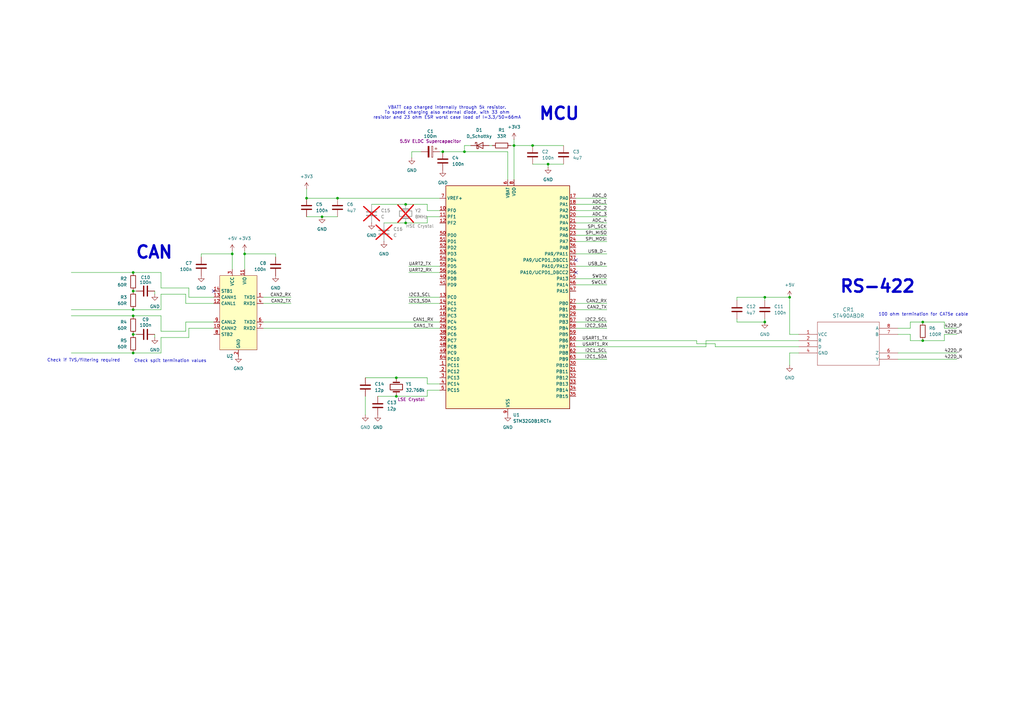
<source format=kicad_sch>
(kicad_sch (version 20250114) (generator "eeschema") (generator_version "9.0")
  (paper "A3")
  (title_block (title "Central ECU Board") (date "2025-03-21") (rev "A") (company "Hybrid Test Stand 2025") (comment 1 "Drawn: Brad Redpath") (comment 2 "Checked: "))
  (lib_symbols
    (symbol "Device:C" (pin_numbers (hide yes)) (pin_names (offset 0.254))
      (property "Reference" "C" (at 0.635 2.54 0))
      (property "Value" "C" (at 0.635 -2.54 0))
      (symbol "C_0_1"
        (polyline (pts (xy -2.032 0.762) (xy 2.032 0.762)) (stroke (width 0.508)))
        (polyline (pts (xy -2.032 -0.762) (xy 2.032 -0.762)) (stroke (width 0.508)))
      )
      (symbol "C_1_1"
        (pin passive line (at 0 3.81 270) (length 2.794) (name "~") (number "1"))
        (pin passive line (at 0 -3.81 90) (length 2.794) (name "~") (number "2"))
      )
    )
    (symbol "Device:C_Polarized" (pin_numbers (hide yes)) (pin_names (offset 0.254))
      (property "Reference" "C" (at 0.635 2.54 0))
      (property "Value" "C_Polarized" (at 0.635 -2.54 0))
      (symbol "C_Polarized_0_1"
        (rectangle (start -2.286 0.508) (end 2.286 1.016))
        (polyline (pts (xy -1.778 2.286) (xy -0.762 2.286)))
        (polyline (pts (xy -1.27 2.794) (xy -1.27 1.778)))
        (rectangle (start 2.286 -0.508) (end -2.286 -1.016) (fill (type outline)))
      )
      (symbol "C_Polarized_1_1"
        (pin passive line (at 0 3.81 270) (length 2.794) (name "~") (number "1"))
        (pin passive line (at 0 -3.81 90) (length 2.794) (name "~") (number "2"))
      )
    )
    (symbol "Device:Crystal" (pin_numbers (hide yes)) (pin_names (offset 1.016) (hide yes))
      (property "Reference" "Y" (at 0 3.81 0))
      (property "Value" "Crystal" (at 0 -3.81 0))
      (symbol "Crystal_0_1"
        (polyline (pts (xy -2.54 0) (xy -1.905 0)))
        (polyline (pts (xy -1.905 -1.27) (xy -1.905 1.27)) (stroke (width 0.508)))
        (rectangle (start -1.143 2.54) (end 1.143 -2.54) (stroke (width 0.3048)))
        (polyline (pts (xy 1.905 -1.27) (xy 1.905 1.27)) (stroke (width 0.508)))
        (polyline (pts (xy 2.54 0) (xy 1.905 0)))
      )
      (symbol "Crystal_1_1"
        (pin passive line (at -3.81 0 0) (length 1.27) (name "1") (number "1"))
        (pin passive line (at 3.81 0 180) (length 1.27) (name "2") (number "2"))
      )
    )
    (symbol "Device:D_Schottky" (pin_numbers (hide yes)) (pin_names (offset 1.016) (hide yes))
      (property "Reference" "D" (at 0 2.54 0))
      (property "Value" "D_Schottky" (at 0 -2.54 0))
      (symbol "D_Schottky_0_1"
        (polyline (pts (xy -1.905 0.635) (xy -1.905 1.27) (xy -1.27 1.27) (xy -1.27 -1.27) (xy -0.635 -1.27) (xy -0.635 -0.635)) (stroke (width 0.254)))
        (polyline (pts (xy 1.27 1.27) (xy 1.27 -1.27) (xy -1.27 0) (xy 1.27 1.27)) (stroke (width 0.254)))
        (polyline (pts (xy 1.27 0) (xy -1.27 0)))
      )
      (symbol "D_Schottky_1_1"
        (pin passive line (at -3.81 0 0) (length 2.54) (name "K") (number "1"))
        (pin passive line (at 3.81 0 180) (length 2.54) (name "A") (number "2"))
      )
    )
    (symbol "Device:R" (pin_numbers (hide yes)) (pin_names (offset 0))
      (property "Reference" "R" (at 2.032 0 90))
      (property "Value" "R" (at 0 0 90))
      (symbol "R_0_1"
        (rectangle (start -1.016 -2.54) (end 1.016 2.54) (stroke (width 0.254)))
      )
      (symbol "R_1_1"
        (pin passive line (at 0 3.81 270) (length 1.27) (name "~") (number "1"))
        (pin passive line (at 0 -3.81 90) (length 1.27) (name "~") (number "2"))
      )
    )
    (symbol "Interface_CAN_LIN:TCAN1046AV-Q1"
      (property "Reference" "U" (at 4.318 -16.51 0))
      (symbol "TCAN1046AV-Q1_1_1"
        (rectangle (start -7.62 15.24) (end 7.62 -15.24) (fill (type background)))
        (pin output line (at -10.16 6.35 0) (length 2.54) (name "TXD1") (number "1"))
        (pin input line (at -10.16 3.81 0) (length 2.54) (name "RXD1") (number "4"))
        (pin output line (at -10.16 -3.81 0) (length 2.54) (name "TXD2") (number "6"))
        (pin input line (at -10.16 -6.35 0) (length 2.54) (name "RXD2") (number "7"))
        (pin power_in line (at -2.54 17.78 270) (length 2.54) (name "VIO") (number "11"))
        (pin power_in line (at 0 -17.78 90) (length 2.54) (name "GND") (number "2"))
        (pin power_in line (at 0 -17.78 90) (length 2.54) (hide yes) (name "GND") (number "5"))
        (pin power_in line (at 2.54 17.78 270) (length 2.54) (name "VCC") (number "3"))
        (pin output line (at 10.16 8.89 180) (length 2.54) (name "STB1") (number "14"))
        (pin bidirectional line (at 10.16 6.35 180) (length 2.54) (name "CANH1") (number "13"))
        (pin bidirectional line (at 10.16 3.81 180) (length 2.54) (name "CANL1") (number "12"))
        (pin bidirectional line (at 10.16 -3.81 180) (length 2.54) (name "CANL2") (number "9"))
        (pin bidirectional line (at 10.16 -6.35 180) (length 2.54) (name "CANH2") (number "10"))
        (pin bidirectional line (at 10.16 -8.89 180) (length 2.54) (name "STB2") (number "8"))
      )
    )
    (symbol "MCU_ST_STM32G0:STM32G0B1RCTx"
      (property "Reference" "U" (at -25.4 46.99 0))
      (property "Value" "STM32G0B1RCTx" (at 5.08 46.99 0))
      (symbol "STM32G0B1RCTx_0_1"
        (rectangle (start -25.4 -45.72) (end 25.4 45.72) (stroke (width 0.254)) (fill (type background)))
      )
      (symbol "STM32G0B1RCTx_1_1"
        (pin input line (at -27.94 40.64 0) (length 2.54) (name "VREF+") (number "7"))
        (pin bidirectional line (at -27.94 35.56 0) (length 2.54) (name "PF0") (number "10"))
        (pin bidirectional line (at -27.94 33.02 0) (length 2.54) (name "PF1") (number "11"))
        (pin bidirectional line (at -27.94 30.48 0) (length 2.54) (name "PF2") (number "12"))
        (pin bidirectional line (at -27.94 25.4 0) (length 2.54) (name "PD0") (number "50"))
        (pin bidirectional line (at -27.94 22.86 0) (length 2.54) (name "PD1") (number "51"))
        (pin bidirectional line (at -27.94 20.32 0) (length 2.54) (name "PD2") (number "52"))
        (pin bidirectional line (at -27.94 17.78 0) (length 2.54) (name "PD3") (number "53"))
        (pin bidirectional line (at -27.94 15.24 0) (length 2.54) (name "PD4") (number "54"))
        (pin bidirectional line (at -27.94 12.7 0) (length 2.54) (name "PD5") (number "55"))
        (pin bidirectional line (at -27.94 10.16 0) (length 2.54) (name "PD6") (number "56"))
        (pin bidirectional line (at -27.94 7.62 0) (length 2.54) (name "PD8") (number "40"))
        (pin bidirectional line (at -27.94 5.08 0) (length 2.54) (name "PD9") (number "41"))
        (pin bidirectional line (at -27.94 0 0) (length 2.54) (name "PC0") (number "13"))
        (pin bidirectional line (at -27.94 -2.54 0) (length 2.54) (name "PC1") (number "14"))
        (pin bidirectional line (at -27.94 -5.08 0) (length 2.54) (name "PC2") (number "15"))
        (pin bidirectional line (at -27.94 -7.62 0) (length 2.54) (name "PC3") (number "16"))
        (pin bidirectional line (at -27.94 -10.16 0) (length 2.54) (name "PC4") (number "25"))
        (pin bidirectional line (at -27.94 -12.7 0) (length 2.54) (name "PC5") (number "26"))
        (pin bidirectional line (at -27.94 -15.24 0) (length 2.54) (name "PC6") (number "38"))
        (pin bidirectional line (at -27.94 -17.78 0) (length 2.54) (name "PC7") (number "39"))
        (pin bidirectional line (at -27.94 -20.32 0) (length 2.54) (name "PC8") (number "48"))
        (pin bidirectional line (at -27.94 -22.86 0) (length 2.54) (name "PC9") (number "49"))
        (pin bidirectional line (at -27.94 -25.4 0) (length 2.54) (name "PC10") (number "64"))
        (pin bidirectional line (at -27.94 -27.94 0) (length 2.54) (name "PC11") (number "1"))
        (pin bidirectional line (at -27.94 -30.48 0) (length 2.54) (name "PC12") (number "2"))
        (pin bidirectional line (at -27.94 -33.02 0) (length 2.54) (name "PC13") (number "3"))
        (pin bidirectional line (at -27.94 -35.56 0) (length 2.54) (name "PC14") (number "4"))
        (pin bidirectional line (at -27.94 -38.1 0) (length 2.54) (name "PC15") (number "5"))
        (pin power_in line (at 0 48.26 270) (length 2.54) (name "VBAT") (number "6"))
        (pin power_in line (at 0 -48.26 90) (length 2.54) (name "VSS") (number "9"))
        (pin power_in line (at 2.54 48.26 270) (length 2.54) (name "VDD") (number "8"))
        (pin bidirectional line (at 27.94 40.64 180) (length 2.54) (name "PA0") (number "17"))
        (pin bidirectional line (at 27.94 38.1 180) (length 2.54) (name "PA1") (number "18"))
        (pin bidirectional line (at 27.94 35.56 180) (length 2.54) (name "PA2") (number "19"))
        (pin bidirectional line (at 27.94 33.02 180) (length 2.54) (name "PA3") (number "20"))
        (pin bidirectional line (at 27.94 30.48 180) (length 2.54) (name "PA4") (number "21"))
        (pin bidirectional line (at 27.94 27.94 180) (length 2.54) (name "PA5") (number "22"))
        (pin bidirectional line (at 27.94 25.4 180) (length 2.54) (name "PA6") (number "23"))
        (pin bidirectional line (at 27.94 22.86 180) (length 2.54) (name "PA7") (number "24"))
        (pin bidirectional line (at 27.94 20.32 180) (length 2.54) (name "PA8") (number "36"))
        (pin bidirectional line (at 27.94 17.78 180) (length 2.54) (name "PA9/PA11") (number "43"))
        (pin bidirectional line (at 27.94 15.24 180) (length 2.54) (name "PA9/UCPD1_DBCC1") (number "37"))
        (pin bidirectional line (at 27.94 12.7 180) (length 2.54) (name "PA10/PA12") (number "44"))
        (pin bidirectional line (at 27.94 10.16 180) (length 2.54) (name "PA10/UCPD1_DBCC2") (number "42"))
        (pin bidirectional line (at 27.94 7.62 180) (length 2.54) (name "PA13") (number "45"))
        (pin bidirectional line (at 27.94 5.08 180) (length 2.54) (name "PA14") (number "46"))
        (pin bidirectional line (at 27.94 2.54 180) (length 2.54) (name "PA15") (number "47"))
        (pin bidirectional line (at 27.94 -2.54 180) (length 2.54) (name "PB0") (number "27"))
        (pin bidirectional line (at 27.94 -5.08 180) (length 2.54) (name "PB1") (number "28"))
        (pin bidirectional line (at 27.94 -7.62 180) (length 2.54) (name "PB2") (number "29"))
        (pin bidirectional line (at 27.94 -10.16 180) (length 2.54) (name "PB3") (number "57"))
        (pin bidirectional line (at 27.94 -12.7 180) (length 2.54) (name "PB4") (number "58"))
        (pin bidirectional line (at 27.94 -15.24 180) (length 2.54) (name "PB5") (number "59"))
        (pin bidirectional line (at 27.94 -17.78 180) (length 2.54) (name "PB6") (number "60"))
        (pin bidirectional line (at 27.94 -20.32 180) (length 2.54) (name "PB7") (number "61"))
        (pin bidirectional line (at 27.94 -22.86 180) (length 2.54) (name "PB8") (number "62"))
        (pin bidirectional line (at 27.94 -25.4 180) (length 2.54) (name "PB9") (number "63"))
        (pin bidirectional line (at 27.94 -27.94 180) (length 2.54) (name "PB10") (number "30"))
        (pin bidirectional line (at 27.94 -30.48 180) (length 2.54) (name "PB11") (number "31"))
        (pin bidirectional line (at 27.94 -33.02 180) (length 2.54) (name "PB12") (number "32"))
        (pin bidirectional line (at 27.94 -35.56 180) (length 2.54) (name "PB13") (number "33"))
        (pin bidirectional line (at 27.94 -38.1 180) (length 2.54) (name "PB14") (number "34"))
        (pin bidirectional line (at 27.94 -40.64 180) (length 2.54) (name "PB15") (number "35"))
      )
    )
    (symbol "TS_Symbols:ST490ABDR" (pin_names (offset 0.254))
      (property "Reference" "CR1" (at 20.32 10.16 0))
      (property "Value" "ST490ABDR" (at 20.32 7.62 0))
      (symbol "ST490ABDR_0_1"
        (polyline (pts (xy 7.62 5.08) (xy 7.62 -12.7)) (stroke (width 0.127)))
        (polyline (pts (xy 7.62 -12.7) (xy 33.02 -12.7)) (stroke (width 0.127)))
        (polyline (pts (xy 33.02 5.08) (xy 7.62 5.08)) (stroke (width 0.127)))
        (polyline (pts (xy 33.02 -12.7) (xy 33.02 5.08)) (stroke (width 0.127)))
        (pin power_in line (at 0 0 0) (length 7.62) (name "VCC") (number "1"))
        (pin output line (at 0 -2.54 0) (length 7.62) (name "R") (number "2"))
        (pin input line (at 0 -5.08 0) (length 7.62) (name "D") (number "3"))
        (pin power_in line (at 0 -7.62 0) (length 7.62) (name "GND") (number "4"))
        (pin input line (at 40.64 2.54 180) (length 7.62) (name "A") (number "8"))
        (pin input line (at 40.64 0 180) (length 7.62) (name "B") (number "7"))
        (pin output line (at 40.64 -7.62 180) (length 7.62) (name "Z") (number "6"))
        (pin output line (at 40.64 -10.16 180) (length 7.62) (name "Y") (number "5"))
      )
    )
    (symbol "power:+3V3" (power) (pin_numbers (hide yes)) (pin_names (offset 0) (hide yes))
      (property "Value" "+3V3" (at 0 3.556 0))
      (symbol "+3V3_0_1"
        (polyline (pts (xy -0.762 1.27) (xy 0 2.54)))
        (polyline (pts (xy 0 2.54) (xy 0.762 1.27)))
        (polyline (pts (xy 0 0) (xy 0 2.54)))
      )
      (symbol "+3V3_1_1"
        (pin power_in line (at 0 0 90) (length 0) (name "~") (number "1"))
      )
    )
    (symbol "power:+5V" (power) (pin_numbers (hide yes)) (pin_names (offset 0) (hide yes))
      (property "Value" "+5V" (at 0 3.556 0))
      (symbol "+5V_0_1"
        (polyline (pts (xy -0.762 1.27) (xy 0 2.54)))
        (polyline (pts (xy 0 2.54) (xy 0.762 1.27)))
        (polyline (pts (xy 0 0) (xy 0 2.54)))
      )
      (symbol "+5V_1_1"
        (pin power_in line (at 0 0 90) (length 0) (name "~") (number "1"))
      )
    )
    (symbol "power:GND" (power) (pin_numbers (hide yes)) (pin_names (offset 0) (hide yes))
      (property "Value" "GND" (at 0 -3.81 0))
      (symbol "GND_0_1"
        (polyline (pts (xy 0 0) (xy 0 -1.27) (xy 1.27 -1.27) (xy 0 -2.54) (xy -1.27 -1.27) (xy 0 -1.27)))
      )
      (symbol "GND_1_1"
        (pin power_in line (at 0 0 270) (length 0) (name "~") (number "1"))
      )
    )
  )
  (text "VBATT cap charged internally through 5k resistor.\nTo speed charging also external diode, with 33 ohm\nresistor and 23 ohm ESR worst case load of I=3.3/50=66mA" (at 183.388 46.228 0) (effects (font (size 1.27 1.27))))
  (text "RS-422" (at 359.918 117.602 0) (effects (font (size 5 5) (thickness 1) (bold yes))))
  (text "100 ohm termination for CAT5e cable" (at 378.714 129.032 0) (effects (font (size 1.27 1.27))))
  (text "CAN" (at 63.246 103.632 0) (effects (font (size 5 5) (thickness 1) (bold yes))))
  (text "Check if TVS/filtering required" (at 34.29 147.828 0) (effects (font (size 1.27 1.27))))
  (text "Check split termination values" (at 69.85 148.082 0) (effects (font (size 1.27 1.27))))
  (text "MCU" (at 229.362 46.736 0) (effects (font (size 5 5) (thickness 1) (bold yes))))
  (junction (at 313.69 132.08))
  (junction (at 54.61 127))
  (junction (at 218.44 59.69))
  (junction (at 54.61 137.16))
  (junction (at 54.61 119.38))
  (junction (at 138.43 81.28))
  (junction (at 181.61 62.23))
  (junction (at 313.69 121.92))
  (junction (at 166.37 91.44))
  (junction (at 100.33 104.14))
  (junction (at 54.61 129.54))
  (junction (at 95.25 104.14))
  (junction (at 224.79 67.31))
  (junction (at 378.46 139.7))
  (junction (at 162.56 162.56))
  (junction (at 125.73 81.28))
  (junction (at 54.61 144.78))
  (junction (at 162.56 154.94))
  (junction (at 54.61 111.76))
  (junction (at 190.5 62.23))
  (junction (at 323.85 121.92))
  (junction (at 378.46 132.08))
  (junction (at 132.08 88.9))
  (junction (at 166.37 83.82))
  (junction (at 210.82 59.69))
  (no_connect (at 87.63 119.38))
  (no_connect (at 236.22 111.76))
  (no_connect (at 236.22 106.68))
  (wire (pts (xy 107.95 124.46) (xy 119.38 124.46)))
  (wire (pts (xy 77.47 121.92) (xy 87.63 121.92)))
  (wire (pts (xy 167.64 109.22) (xy 180.34 109.22)))
  (wire (pts (xy 190.5 59.69) (xy 190.5 62.23)))
  (wire (pts (xy 368.3 137.16) (xy 373.38 137.16)))
  (wire (pts (xy 236.22 116.84) (xy 248.92 116.84)))
  (wire (pts (xy 77.47 118.11) (xy 66.04 118.11)))
  (wire (pts (xy 224.79 67.31) (xy 231.14 67.31)))
  (wire (pts (xy 125.73 88.9) (xy 132.08 88.9)))
  (wire (pts (xy 236.22 124.46) (xy 248.92 124.46)))
  (wire (pts (xy 302.26 132.08) (xy 302.26 130.81)))
  (wire (pts (xy 181.61 62.23) (xy 180.34 62.23)))
  (wire (pts (xy 77.47 118.11) (xy 77.47 121.92)))
  (wire (pts (xy 95.25 104.14) (xy 95.25 110.49)))
  (wire (pts (xy 162.56 162.56) (xy 175.26 162.56)))
  (wire (pts (xy 76.2 120.65) (xy 66.04 120.65)))
  (wire (pts (xy 200.66 59.69) (xy 201.93 59.69)))
  (wire (pts (xy 236.22 96.52) (xy 248.92 96.52)))
  (wire (pts (xy 210.82 59.69) (xy 210.82 73.66)))
  (wire (pts (xy 373.38 139.7) (xy 378.46 139.7)))
  (wire (pts (xy 66.04 129.54) (xy 54.61 129.54)))
  (wire (pts (xy 54.61 127) (xy 29.21 127)))
  (wire (pts (xy 302.26 123.19) (xy 302.26 121.92)))
  (wire (pts (xy 293.37 140.97) (xy 285.75 140.97)))
  (wire (pts (xy 167.64 121.92) (xy 180.34 121.92)))
  (wire (pts (xy 100.33 102.87) (xy 100.33 104.14)))
  (wire (pts (xy 125.73 77.47) (xy 125.73 81.28)))
  (wire (pts (xy 236.22 114.3) (xy 248.92 114.3)))
  (wire (pts (xy 236.22 86.36) (xy 248.92 86.36)))
  (wire (pts (xy 387.35 139.7) (xy 387.35 137.16)))
  (wire (pts (xy 236.22 142.24) (xy 289.56 142.24)))
  (wire (pts (xy 66.04 118.11) (xy 66.04 111.76)))
  (wire (pts (xy 167.64 111.76) (xy 180.34 111.76)))
  (wire (pts (xy 172.72 62.23) (xy 168.91 62.23)))
  (wire (pts (xy 82.55 104.14) (xy 82.55 105.41)))
  (wire (pts (xy 107.95 121.92) (xy 119.38 121.92)))
  (wire (pts (xy 293.37 142.24) (xy 293.37 140.97)))
  (wire (pts (xy 63.5 137.16) (xy 63.5 138.43)))
  (wire (pts (xy 373.38 134.62) (xy 373.38 132.08)))
  (wire (pts (xy 55.88 119.38) (xy 54.61 119.38)))
  (wire (pts (xy 157.48 91.44) (xy 166.37 91.44)))
  (wire (pts (xy 313.69 132.08) (xy 313.69 130.81)))
  (wire (pts (xy 313.69 123.19) (xy 313.69 121.92)))
  (wire (pts (xy 167.64 124.46) (xy 180.34 124.46)))
  (wire (pts (xy 218.44 67.31) (xy 224.79 67.31)))
  (wire (pts (xy 66.04 138.43) (xy 66.04 144.78)))
  (wire (pts (xy 208.28 62.23) (xy 190.5 62.23)))
  (wire (pts (xy 66.04 144.78) (xy 54.61 144.78)))
  (wire (pts (xy 180.34 157.48) (xy 175.26 157.48)))
  (wire (pts (xy 54.61 144.78) (xy 29.21 144.78)))
  (wire (pts (xy 236.22 88.9) (xy 248.92 88.9)))
  (wire (pts (xy 236.22 127) (xy 248.92 127)))
  (wire (pts (xy 224.79 67.31) (xy 224.79 68.58)))
  (wire (pts (xy 236.22 91.44) (xy 248.92 91.44)))
  (wire (pts (xy 378.46 139.7) (xy 387.35 139.7)))
  (wire (pts (xy 285.75 140.97) (xy 285.75 139.7)))
  (wire (pts (xy 113.03 104.14) (xy 100.33 104.14)))
  (wire (pts (xy 95.25 102.87) (xy 95.25 104.14)))
  (wire (pts (xy 368.3 144.78) (xy 392.43 144.78)))
  (wire (pts (xy 236.22 83.82) (xy 248.92 83.82)))
  (wire (pts (xy 387.35 137.16) (xy 392.43 137.16)))
  (wire (pts (xy 208.28 62.23) (xy 208.28 73.66)))
  (wire (pts (xy 323.85 121.92) (xy 323.85 137.16)))
  (wire (pts (xy 373.38 139.7) (xy 373.38 137.16)))
  (wire (pts (xy 236.22 144.78) (xy 248.92 144.78)))
  (wire (pts (xy 87.63 132.08) (xy 76.2 132.08)))
  (wire (pts (xy 175.26 162.56) (xy 175.26 160.02)))
  (wire (pts (xy 236.22 99.06) (xy 248.92 99.06)))
  (wire (pts (xy 289.56 142.24) (xy 289.56 139.7)))
  (wire (pts (xy 77.47 134.62) (xy 77.47 138.43)))
  (wire (pts (xy 180.34 86.36) (xy 175.26 86.36)))
  (wire (pts (xy 209.55 59.69) (xy 210.82 59.69)))
  (wire (pts (xy 107.95 134.62) (xy 180.34 134.62)))
  (wire (pts (xy 66.04 135.89) (xy 66.04 129.54)))
  (wire (pts (xy 76.2 124.46) (xy 87.63 124.46)))
  (wire (pts (xy 236.22 134.62) (xy 248.92 134.62)))
  (wire (pts (xy 218.44 59.69) (xy 231.14 59.69)))
  (wire (pts (xy 236.22 104.14) (xy 248.92 104.14)))
  (wire (pts (xy 236.22 93.98) (xy 248.92 93.98)))
  (wire (pts (xy 327.66 142.24) (xy 293.37 142.24)))
  (wire (pts (xy 323.85 144.78) (xy 323.85 149.86)))
  (wire (pts (xy 323.85 137.16) (xy 327.66 137.16)))
  (wire (pts (xy 302.26 121.92) (xy 313.69 121.92)))
  (wire (pts (xy 66.04 111.76) (xy 54.61 111.76)))
  (wire (pts (xy 175.26 83.82) (xy 166.37 83.82)))
  (wire (pts (xy 289.56 139.7) (xy 327.66 139.7)))
  (wire (pts (xy 152.4 83.82) (xy 166.37 83.82)))
  (wire (pts (xy 154.94 162.56) (xy 162.56 162.56)))
  (wire (pts (xy 387.35 134.62) (xy 392.43 134.62)))
  (wire (pts (xy 66.04 120.65) (xy 66.04 127)))
  (wire (pts (xy 54.61 111.76) (xy 29.21 111.76)))
  (wire (pts (xy 107.95 132.08) (xy 180.34 132.08)))
  (wire (pts (xy 168.91 62.23) (xy 168.91 64.77)))
  (wire (pts (xy 87.63 134.62) (xy 77.47 134.62)))
  (wire (pts (xy 236.22 109.22) (xy 248.92 109.22)))
  (wire (pts (xy 66.04 127) (xy 54.61 127)))
  (wire (pts (xy 210.82 57.15) (xy 210.82 59.69)))
  (wire (pts (xy 54.61 129.54) (xy 29.21 129.54)))
  (wire (pts (xy 132.08 88.9) (xy 138.43 88.9)))
  (wire (pts (xy 149.86 154.94) (xy 162.56 154.94)))
  (wire (pts (xy 190.5 59.69) (xy 193.04 59.69)))
  (wire (pts (xy 210.82 59.69) (xy 218.44 59.69)))
  (wire (pts (xy 100.33 104.14) (xy 100.33 110.49)))
  (wire (pts (xy 236.22 81.28) (xy 248.92 81.28)))
  (wire (pts (xy 76.2 135.89) (xy 66.04 135.89)))
  (wire (pts (xy 138.43 81.28) (xy 180.34 81.28)))
  (wire (pts (xy 95.25 104.14) (xy 82.55 104.14)))
  (wire (pts (xy 125.73 81.28) (xy 138.43 81.28)))
  (wire (pts (xy 236.22 132.08) (xy 248.92 132.08)))
  (wire (pts (xy 368.3 147.32) (xy 392.43 147.32)))
  (wire (pts (xy 63.5 120.65) (xy 63.5 119.38)))
  (wire (pts (xy 162.56 154.94) (xy 175.26 154.94)))
  (wire (pts (xy 378.46 132.08) (xy 387.35 132.08)))
  (wire (pts (xy 373.38 132.08) (xy 378.46 132.08)))
  (wire (pts (xy 175.26 160.02) (xy 180.34 160.02)))
  (wire (pts (xy 166.37 91.44) (xy 175.26 91.44)))
  (wire (pts (xy 327.66 144.78) (xy 323.85 144.78)))
  (wire (pts (xy 175.26 91.44) (xy 175.26 88.9)))
  (wire (pts (xy 181.61 62.23) (xy 190.5 62.23)))
  (wire (pts (xy 175.26 86.36) (xy 175.26 83.82)))
  (wire (pts (xy 175.26 157.48) (xy 175.26 154.94)))
  (wire (pts (xy 55.88 137.16) (xy 54.61 137.16)))
  (wire (pts (xy 313.69 121.92) (xy 323.85 121.92)))
  (wire (pts (xy 302.26 132.08) (xy 313.69 132.08)))
  (wire (pts (xy 76.2 120.65) (xy 76.2 124.46)))
  (wire (pts (xy 285.75 139.7) (xy 236.22 139.7)))
  (wire (pts (xy 236.22 147.32) (xy 248.92 147.32)))
  (wire (pts (xy 149.86 162.56) (xy 149.86 170.18)))
  (wire (pts (xy 175.26 88.9) (xy 180.34 88.9)))
  (wire (pts (xy 387.35 132.08) (xy 387.35 134.62)))
  (wire (pts (xy 113.03 105.41) (xy 113.03 104.14)))
  (wire (pts (xy 76.2 132.08) (xy 76.2 135.89)))
  (wire (pts (xy 77.47 138.43) (xy 66.04 138.43)))
  (wire (pts (xy 368.3 134.62) (xy 373.38 134.62)))
  (label "SPI_MOSI" (at 248.92 99.06 180))
  (label "CAN2_TX" (at 119.38 124.46 180))
  (label "UART2_RX" (at 167.64 111.76 0))
  (label "422R_N" (at 387.35 137.16 0))
  (label "CAN2_RX" (at 119.38 121.92 180))
  (label "422R_P" (at 387.35 134.62 0))
  (label "422D_N" (at 387.35 147.32 0))
  (label "CAN1_TX" (at 177.8 134.62 180))
  (label "SPI_SCK" (at 248.92 93.98 180))
  (label "USB_D+" (at 248.92 109.22 180))
  (label "I2C2_SDA" (at 248.92 134.62 180))
  (label "ADC_0" (at 248.92 81.28 180))
  (label "I2C3_SCL" (at 167.64 121.92 0))
  (label "UART2_TX" (at 167.64 109.22 0))
  (label "CAN1_RX" (at 177.8 132.08 180))
  (label "CAN2_TX" (at 248.92 127 180))
  (label "SWDIO" (at 248.92 114.3 180))
  (label "ADC_4" (at 248.92 91.44 180))
  (label "I2C1_SCL" (at 248.92 144.78 180))
  (label "SPI_MISO" (at 248.92 96.52 180))
  (label "ADC_2" (at 248.92 86.36 180))
  (label "CAN2_RX" (at 248.92 124.46 180))
  (label "ADC_3" (at 248.92 88.9 180))
  (label "SWCLK" (at 248.92 116.84 180))
  (label "422D_P" (at 387.35 144.78 0))
  (label "I2C1_SDA" (at 248.92 147.32 180))
  (label "USART1_TX" (at 238.76 139.7 0))
  (label "ADC_1" (at 248.92 83.82 180))
  (label "USART1_RX" (at 238.76 142.24 0))
  (label "I2C3_SDA" (at 167.64 124.46 0))
  (label "I2C2_SCL" (at 248.92 132.08 180))
  (label "USB_D-" (at 248.92 104.14 180))
  (symbol (lib_id "Device:Crystal") (at 166.37 87.63 270) (unit 1) (in_bom no) (dnp yes)
    (property "Reference" "Y2" (at 170.18 86.3599 90) (effects (justify left)))
    (property "Value" "8MHz" (at 170.18 88.8999 90) (effects (justify left)))
    (property "Description" "HSE Crystal" (at 172.212 92.71 90))
  )
  (symbol (lib_id "power:+5V") (at 323.85 121.92 0) (unit 1)
    (property "Reference" "#PWR015" (effects (hide yes)))
    (property "Value" "+5V" (at 323.85 116.84 0))
    (property "Description" "Power symbol creates a global label with name \"+5V\"" (effects (hide yes)))
  )
  (symbol (lib_id "Device:R") (at 54.61 140.97 0) (mirror y) (unit 1)
    (property "Reference" "R5" (at 52.07 139.6999 0) (effects (justify left)))
    (property "Value" "60R" (at 52.07 142.2399 0) (effects (justify left)))
    (property "Description" "Resistor" (effects (hide yes)))
  )
  (symbol (lib_id "Device:C") (at 138.43 85.09 0) (unit 1)
    (property "Reference" "C6" (at 142.24 83.8199 0) (effects (justify left)))
    (property "Value" "4u7" (at 142.24 86.3599 0) (effects (justify left)))
    (property "Description" "Unpolarized capacitor" (effects (hide yes)))
  )
  (symbol (lib_id "power:+3V3") (at 210.82 57.15 0) (unit 1)
    (property "Reference" "#PWR02" (effects (hide yes)))
    (property "Value" "+3V3" (at 210.82 52.07 0))
    (property "Description" "Power symbol creates a global label with name \"+3V3\"" (effects (hide yes)))
  )
  (symbol (lib_id "power:GND") (at 63.5 120.65 0) (mirror y) (unit 1)
    (property "Reference" "#PWR013" (effects (hide yes)))
    (property "Value" "GND" (at 63.5 125.73 0))
    (property "Description" "Power symbol creates a global label with name \"GND\" , ground" (effects (hide yes)))
  )
  (symbol (lib_id "power:GND") (at 97.79 146.05 0) (mirror y) (unit 1)
    (property "Reference" "#PWR012" (effects (hide yes)))
    (property "Value" "GND" (at 97.79 151.13 0))
    (property "Description" "Power symbol creates a global label with name \"GND\" , ground" (effects (hide yes)))
  )
  (symbol (lib_id "Device:C_Polarized") (at 176.53 62.23 270) (unit 1)
    (property "Reference" "C1" (at 176.53 53.848 90))
    (property "Value" "100m" (at 176.53 55.88 90))
    (property "Datasheet" "https://mm.digikey.com/Volume0/opasdata/d220001/medias/docus/6448/DB%2C%20DBN%20Series.pdf" (effects (hide yes)))
    (property "Description" "5.5V ELDC Supercapacitor" (at 176.53 57.912 90))
  )
  (symbol (lib_id "Device:C") (at 313.69 127 0) (unit 1)
    (property "Reference" "C11" (at 317.5 125.7299 0) (effects (justify left)))
    (property "Value" "100n" (at 317.5 128.2699 0) (effects (justify left)))
    (property "Description" "Unpolarized capacitor" (effects (hide yes)))
  )
  (symbol (lib_id "power:+5V") (at 95.25 102.87 0) (mirror y) (unit 1)
    (property "Reference" "#PWR08" (effects (hide yes)))
    (property "Value" "+5V" (at 95.25 97.79 0))
    (property "Description" "Power symbol creates a global label with name \"+5V\"" (effects (hide yes)))
  )
  (symbol (lib_id "TS_Symbols:ST490ABDR") (at 327.66 137.16 0) (unit 1)
    (property "Reference" "CR1" (at 347.98 127 0) (effects (font (size 1.524 1.524))))
    (property "Value" "ST490ABDR" (at 347.98 129.54 0) (effects (font (size 1.524 1.524))))
    (property "Footprint" "Package_SO:SO-8_3.9x4.9mm_P1.27mm" (effects (hide yes)))
    (property "Datasheet" "ST490ABDR" (effects (hide yes)))
  )
  (symbol (lib_id "Device:C") (at 113.03 109.22 0) (mirror y) (unit 1)
    (property "Reference" "C8" (at 109.22 107.9499 0) (effects (justify left)))
    (property "Value" "100n" (at 109.22 110.4899 0) (effects (justify left)))
    (property "Description" "Unpolarized capacitor" (effects (hide yes)))
  )
  (symbol (lib_id "Interface_CAN_LIN:TCAN1046AV-Q1") (at 97.79 128.27 0) (mirror y) (unit 1)
    (property "Reference" "U2" (at 95.6467 146.05 0) (effects (justify left)))
    (property "Value" "~" (at 95.6467 147.32 0) (effects (justify left)))
    (property "Footprint" "Custom:SOT23_DYY_TEX" (effects (hide yes)))
    (property "Datasheet" "https://www.ti.com/lit/ds/symlink/tcan1046av-q1.pdf" (effects (hide yes)))
    (property "Description" "2 channel CAN" (effects (hide yes)))
  )
  (symbol (lib_id "Device:R") (at 205.74 59.69 90) (unit 1)
    (property "Reference" "R1" (at 205.74 53.34 90))
    (property "Value" "33R" (at 205.74 55.88 90))
    (property "Description" "Resistor" (effects (hide yes)))
  )
  (symbol (lib_id "Device:C") (at 149.86 158.75 0) (unit 1)
    (property "Reference" "C14" (at 153.67 157.4799 0) (effects (justify left)))
    (property "Value" "12p" (at 153.67 160.0199 0) (effects (justify left)))
    (property "Description" "NP0" (effects (hide yes)))
  )
  (symbol (lib_id "Device:R") (at 54.61 133.35 0) (mirror y) (unit 1)
    (property "Reference" "R4" (at 52.07 132.0799 0) (effects (justify left)))
    (property "Value" "60R" (at 52.07 134.6199 0) (effects (justify left)))
    (property "Description" "Resistor" (effects (hide yes)))
  )
  (symbol (lib_id "Device:D_Schottky") (at 196.85 59.69 0) (unit 1)
    (property "Reference" "D1" (at 196.5325 53.34 0))
    (property "Value" "D_Schottky" (at 196.5325 55.88 0))
    (property "Description" "Schottky diode" (effects (hide yes)))
  )
  (symbol (lib_id "power:GND") (at 181.61 69.85 0) (unit 1)
    (property "Reference" "#PWR04" (effects (hide yes)))
    (property "Value" "GND" (at 181.61 74.93 0))
    (property "Description" "Power symbol creates a global label with name \"GND\" , ground" (effects (hide yes)))
  )
  (symbol (lib_id "Device:C") (at 157.48 95.25 0) (unit 1) (in_bom no) (dnp yes)
    (property "Reference" "C16" (at 161.29 93.9799 0) (effects (justify left)))
    (property "Value" "C" (at 161.29 96.5199 0) (effects (justify left)))
    (property "Description" "Unpolarized capacitor" (effects (hide yes)))
  )
  (symbol (lib_id "MCU_ST_STM32G0:STM32G0B1RCTx") (at 208.28 121.92 0) (unit 1)
    (property "Reference" "U1" (at 210.4233 170.18 0) (effects (justify left)))
    (property "Value" "STM32G0B1RCTx" (at 210.4233 172.72 0) (effects (justify left)))
    (property "Footprint" "Package_QFP:LQFP-64_10x10mm_P0.5mm" (effects (hide yes)))
    (property "Datasheet" "https://www.st.com/resource/en/datasheet/stm32g0b1rc.pdf" (effects (hide yes)))
    (property "Description" "STMicroelectronics Arm Cortex-M0+ MCU, 256KB flash, 144KB RAM, 64 MHz, 1.7-3.6V, 60 GPIO, LQFP64" (effects (hide yes)))
    (property "MPN" "STM32G0B1RCT6" (effects (hide yes)))
  )
  (symbol (lib_id "power:GND") (at 323.85 149.86 0) (unit 1)
    (property "Reference" "#PWR016" (effects (hide yes)))
    (property "Value" "GND" (at 323.85 154.94 0))
    (property "Description" "Power symbol creates a global label with name \"GND\" , ground" (effects (hide yes)))
  )
  (symbol (lib_id "power:GND") (at 82.55 113.03 0) (mirror y) (unit 1)
    (property "Reference" "#PWR010" (effects (hide yes)))
    (property "Value" "GND" (at 82.55 118.11 0))
    (property "Description" "Power symbol creates a global label with name \"GND\" , ground" (effects (hide yes)))
  )
  (symbol (lib_id "Device:C") (at 82.55 109.22 0) (mirror y) (unit 1)
    (property "Reference" "C7" (at 78.74 107.9499 0) (effects (justify left)))
    (property "Value" "100n" (at 78.74 110.4899 0) (effects (justify left)))
    (property "Description" "Unpolarized capacitor" (effects (hide yes)))
  )
  (symbol (lib_id "Device:Crystal") (at 162.56 158.75 90) (unit 1)
    (property "Reference" "Y1" (at 166.37 157.4799 90) (effects (justify right)))
    (property "Value" "32.768k" (at 166.37 160.0199 90) (effects (justify right)))
    (property "Footprint" "Crystal:Crystal_SMD_2012-2Pin_2.0x1.2mm" (effects (hide yes)))
    (property "Datasheet" "https://abracon.com/Resonators/ABS06.pdf" (effects (hide yes)))
    (property "Description" "LSE Crystal" (at 168.656 163.83 90))
    (property "MPN" "ABS06-32.768KHZ-1-T" (effects (hide yes)))
  )
  (symbol (lib_id "power:GND") (at 132.08 88.9 0) (unit 1)
    (property "Reference" "#PWR06" (effects (hide yes)))
    (property "Value" "GND" (at 132.08 93.98 0))
    (property "Description" "Power symbol creates a global label with name \"GND\" , ground" (effects (hide yes)))
  )
  (symbol (lib_id "power:GND") (at 154.94 170.18 0) (unit 1)
    (property "Reference" "#PWR018" (effects (hide yes)))
    (property "Value" "GND" (at 154.94 175.26 0))
    (property "Description" "Power symbol creates a global label with name \"GND\" , ground" (effects (hide yes)))
  )
  (symbol (lib_id "power:GND") (at 224.79 68.58 0) (unit 1)
    (property "Reference" "#PWR03" (effects (hide yes)))
    (property "Value" "GND" (at 224.79 73.66 0))
    (property "Description" "Power symbol creates a global label with name \"GND\" , ground" (effects (hide yes)))
  )
  (symbol (lib_id "Device:R") (at 54.61 115.57 0) (mirror y) (unit 1)
    (property "Reference" "R2" (at 52.07 114.2999 0) (effects (justify left)))
    (property "Value" "60R" (at 52.07 116.8399 0) (effects (justify left)))
    (property "Description" "Resistor" (effects (hide yes)))
  )
  (symbol (lib_id "power:GND") (at 149.86 170.18 0) (unit 1)
    (property "Reference" "#PWR019" (effects (hide yes)))
    (property "Value" "GND" (at 149.86 175.26 0))
    (property "Description" "Power symbol creates a global label with name \"GND\" , ground" (effects (hide yes)))
  )
  (symbol (lib_id "Device:C") (at 59.69 137.16 270) (mirror x) (unit 1)
    (property "Reference" "C9" (at 59.69 131.064 90))
    (property "Value" "100n" (at 59.69 133.35 90))
    (property "Description" "Unpolarized capacitor" (effects (hide yes)))
  )
  (symbol (lib_id "Device:R") (at 54.61 123.19 0) (mirror y) (unit 1)
    (property "Reference" "R3" (at 52.07 121.9199 0) (effects (justify left)))
    (property "Value" "60R" (at 52.07 124.4599 0) (effects (justify left)))
    (property "Description" "Resistor" (effects (hide yes)))
  )
  (symbol (lib_id "power:GND") (at 313.69 132.08 0) (unit 1)
    (property "Reference" "#PWR017" (effects (hide yes)))
    (property "Value" "GND" (at 313.69 137.16 0))
    (property "Description" "Power symbol creates a global label with name \"GND\" , ground" (effects (hide yes)))
  )
  (symbol (lib_id "power:GND") (at 152.4 91.44 0) (unit 1)
    (property "Reference" "#PWR020" (effects (hide yes)))
    (property "Value" "GND" (at 152.4 96.52 0))
    (property "Description" "Power symbol creates a global label with name \"GND\" , ground" (effects (hide yes)))
  )
  (symbol (lib_id "power:GND") (at 157.48 99.06 0) (unit 1)
    (property "Reference" "#PWR021" (effects (hide yes)))
    (property "Value" "GND" (at 157.48 104.14 0))
    (property "Description" "Power symbol creates a global label with name \"GND\" , ground" (effects (hide yes)))
  )
  (symbol (lib_id "Device:C") (at 181.61 66.04 0) (unit 1)
    (property "Reference" "C4" (at 185.42 64.7699 0) (effects (justify left)))
    (property "Value" "100n" (at 185.42 67.3099 0) (effects (justify left)))
    (property "Description" "Unpolarized capacitor" (effects (hide yes)))
  )
  (symbol (lib_id "Device:C") (at 218.44 63.5 0) (unit 1)
    (property "Reference" "C2" (at 222.25 62.2299 0) (effects (justify left)))
    (property "Value" "100n" (at 222.25 64.7699 0) (effects (justify left)))
    (property "Description" "Unpolarized capacitor" (effects (hide yes)))
  )
  (symbol (lib_id "power:GND") (at 168.91 64.77 0) (unit 1)
    (property "Reference" "#PWR01" (effects (hide yes)))
    (property "Value" "GND" (at 168.91 69.85 0))
    (property "Description" "Power symbol creates a global label with name \"GND\" , ground" (effects (hide yes)))
  )
  (symbol (lib_id "Device:C") (at 59.69 119.38 270) (mirror x) (unit 1)
    (property "Reference" "C10" (at 59.69 113.792 90))
    (property "Value" "100n" (at 59.69 115.824 90))
    (property "Description" "Unpolarized capacitor" (effects (hide yes)))
  )
  (symbol (lib_id "power:+3V3") (at 100.33 102.87 0) (mirror y) (unit 1)
    (property "Reference" "#PWR09" (effects (hide yes)))
    (property "Value" "+3V3" (at 100.33 97.79 0))
    (property "Description" "Power symbol creates a global label with name \"+3V3\"" (effects (hide yes)))
  )
  (symbol (lib_id "power:GND") (at 63.5 138.43 0) (mirror y) (unit 1)
    (property "Reference" "#PWR014" (effects (hide yes)))
    (property "Value" "GND" (at 63.5 143.51 0))
    (property "Description" "Power symbol creates a global label with name \"GND\" , ground" (effects (hide yes)))
  )
  (symbol (lib_id "Device:R") (at 378.46 135.89 0) (unit 1)
    (property "Reference" "R6" (at 381 134.6199 0) (effects (justify left)))
    (property "Value" "100R" (at 381 137.1599 0) (effects (justify left)))
    (property "Description" "Resistor" (effects (hide yes)))
  )
  (symbol (lib_id "power:GND") (at 113.03 113.03 0) (mirror y) (unit 1)
    (property "Reference" "#PWR011" (effects (hide yes)))
    (property "Value" "GND" (at 113.03 118.11 0))
    (property "Description" "Power symbol creates a global label with name \"GND\" , ground" (effects (hide yes)))
  )
  (symbol (lib_id "power:+3V3") (at 125.73 77.47 0) (unit 1)
    (property "Reference" "#PWR05" (effects (hide yes)))
    (property "Value" "+3V3" (at 125.73 72.39 0))
    (property "Description" "Power symbol creates a global label with name \"+3V3\"" (effects (hide yes)))
  )
  (symbol (lib_id "Device:C") (at 302.26 127 0) (unit 1)
    (property "Reference" "C12" (at 306.07 125.7299 0) (effects (justify left)))
    (property "Value" "4u7" (at 306.07 128.2699 0) (effects (justify left)))
    (property "Description" "Unpolarized capacitor" (effects (hide yes)))
  )
  (symbol (lib_id "Device:C") (at 125.73 85.09 0) (unit 1)
    (property "Reference" "C5" (at 129.54 83.8199 0) (effects (justify left)))
    (property "Value" "100n" (at 129.54 86.3599 0) (effects (justify left)))
    (property "Description" "Unpolarized capacitor" (effects (hide yes)))
  )
  (symbol (lib_id "power:GND") (at 208.28 170.18 0) (unit 1)
    (property "Reference" "#PWR07" (effects (hide yes)))
    (property "Value" "GND" (at 208.28 175.26 0))
    (property "Description" "Power symbol creates a global label with name \"GND\" , ground" (effects (hide yes)))
  )
  (symbol (lib_id "Device:C") (at 154.94 166.37 0) (unit 1)
    (property "Reference" "C13" (at 158.75 165.0999 0) (effects (justify left)))
    (property "Value" "12p" (at 158.75 167.6399 0) (effects (justify left)))
    (property "Description" "NP0" (effects (hide yes)))
  )
  (symbol (lib_id "Device:C") (at 231.14 63.5 0) (unit 1)
    (property "Reference" "C3" (at 234.95 62.2299 0) (effects (justify left)))
    (property "Value" "4u7" (at 234.95 64.7699 0) (effects (justify left)))
    (property "Description" "Unpolarized capacitor" (effects (hide yes)))
  )
  (symbol (lib_id "Device:C") (at 152.4 87.63 0) (unit 1) (in_bom no) (dnp yes)
    (property "Reference" "C15" (at 156.21 86.3599 0) (effects (justify left)))
    (property "Value" "C" (at 156.21 88.8999 0) (effects (justify left)))
    (property "Description" "Unpolarized capacitor" (effects (hide yes)))
  )
  (sheet (at 437.515 117.475) (size 85.09 51.435) (stroke (width 0.1524))
    (property "Sheetname" "Interlocked" (at 437.515 116.7634 0) (effects (justify left bottom)))
    (property "Sheetfile" "ign+nc_valve.kicad_sch" (at 437.515 169.4946 0) (effects (justify left top)))
  )
)
</source>
